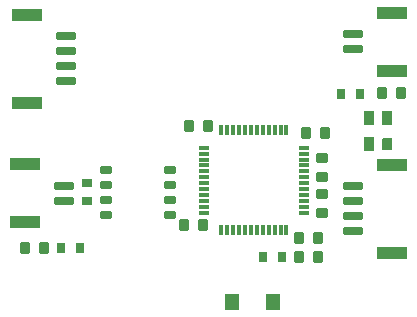
<source format=gbr>
%TF.GenerationSoftware,KiCad,Pcbnew,(6.0.1)*%
%TF.CreationDate,2022-07-23T16:31:21+08:00*%
%TF.ProjectId,IMU_base_V7,494d555f-6261-4736-955f-56372e6b6963,rev?*%
%TF.SameCoordinates,Original*%
%TF.FileFunction,Paste,Top*%
%TF.FilePolarity,Positive*%
%FSLAX46Y46*%
G04 Gerber Fmt 4.6, Leading zero omitted, Abs format (unit mm)*
G04 Created by KiCad (PCBNEW (6.0.1)) date 2022-07-23 16:31:21*
%MOMM*%
%LPD*%
G01*
G04 APERTURE LIST*
G04 Aperture macros list*
%AMRoundRect*
0 Rectangle with rounded corners*
0 $1 Rounding radius*
0 $2 $3 $4 $5 $6 $7 $8 $9 X,Y pos of 4 corners*
0 Add a 4 corners polygon primitive as box body*
4,1,4,$2,$3,$4,$5,$6,$7,$8,$9,$2,$3,0*
0 Add four circle primitives for the rounded corners*
1,1,$1+$1,$2,$3*
1,1,$1+$1,$4,$5*
1,1,$1+$1,$6,$7*
1,1,$1+$1,$8,$9*
0 Add four rect primitives between the rounded corners*
20,1,$1+$1,$2,$3,$4,$5,0*
20,1,$1+$1,$4,$5,$6,$7,0*
20,1,$1+$1,$6,$7,$8,$9,0*
20,1,$1+$1,$8,$9,$2,$3,0*%
%AMFreePoly0*
4,1,6,0.520000,0.261152,0.520000,-0.395000,-0.520000,-0.395000,-0.520000,0.395000,0.386152,0.395000,0.520000,0.261152,0.520000,0.261152,$1*%
G04 Aperture macros list end*
%ADD10RoundRect,0.000000X0.450000X0.270000X-0.450000X0.270000X-0.450000X-0.270000X0.450000X-0.270000X0*%
%ADD11RoundRect,0.000000X-0.340000X0.425000X-0.340000X-0.425000X0.340000X-0.425000X0.340000X0.425000X0*%
%ADD12RoundRect,0.000000X-0.765000X-0.270000X0.765000X-0.270000X0.765000X0.270000X-0.765000X0.270000X0*%
%ADD13RoundRect,0.000000X-1.260000X-0.450000X1.260000X-0.450000X1.260000X0.450000X-1.260000X0.450000X0*%
%ADD14RoundRect,0.000000X-0.400000X-0.320000X0.400000X-0.320000X0.400000X0.320000X-0.400000X0.320000X0*%
%ADD15RoundRect,0.000000X-0.320000X0.400000X-0.320000X-0.400000X0.320000X-0.400000X0.320000X0.400000X0*%
%ADD16RoundRect,0.000000X0.340000X-0.425000X0.340000X0.425000X-0.340000X0.425000X-0.340000X-0.425000X0*%
%ADD17RoundRect,0.000000X0.560000X0.640000X-0.560000X0.640000X-0.560000X-0.640000X0.560000X-0.640000X0*%
%ADD18RoundRect,0.000000X0.320000X-0.400000X0.320000X0.400000X-0.320000X0.400000X-0.320000X-0.400000X0*%
%ADD19RoundRect,0.000000X0.765000X0.270000X-0.765000X0.270000X-0.765000X-0.270000X0.765000X-0.270000X0*%
%ADD20RoundRect,0.000000X1.260000X0.450000X-1.260000X0.450000X-1.260000X-0.450000X1.260000X-0.450000X0*%
%ADD21RoundRect,0.000000X0.420000X-0.520000X0.420000X0.520000X-0.420000X0.520000X-0.420000X-0.520000X0*%
%ADD22FreePoly0,90.000000*%
%ADD23RoundRect,0.000000X-0.425000X-0.340000X0.425000X-0.340000X0.425000X0.340000X-0.425000X0.340000X0*%
%ADD24RoundRect,0.000000X0.425000X0.340000X-0.425000X0.340000X-0.425000X-0.340000X0.425000X-0.340000X0*%
%ADD25RoundRect,0.000000X0.382500X0.135000X-0.382500X0.135000X-0.382500X-0.135000X0.382500X-0.135000X0*%
%ADD26RoundRect,0.000000X-0.135000X0.382500X-0.135000X-0.382500X0.135000X-0.382500X0.135000X0.382500X0*%
G04 APERTURE END LIST*
D10*
%TO.C,U4*%
X105400000Y-79210000D03*
X105400000Y-77940000D03*
X105400000Y-76670000D03*
X105400000Y-75400000D03*
X110800000Y-75400000D03*
X110800000Y-76670000D03*
X110800000Y-77940000D03*
X110800000Y-79210000D03*
%TD*%
D11*
%TO.C,C5*%
X123900000Y-72300000D03*
X122300000Y-72300000D03*
%TD*%
%TO.C,D3*%
X130350000Y-68950000D03*
X128750000Y-68950000D03*
%TD*%
%TO.C,C2*%
X113600000Y-80100000D03*
X112000000Y-80100000D03*
%TD*%
D12*
%TO.C,J4*%
X126250000Y-76825000D03*
X126250000Y-78075000D03*
X126250000Y-79325000D03*
X126250000Y-80575000D03*
D13*
X129600000Y-82425000D03*
X129600000Y-74975000D03*
%TD*%
D14*
%TO.C,R8*%
X103800000Y-78100000D03*
X103800000Y-76500000D03*
%TD*%
D15*
%TO.C,R7*%
X126900000Y-69000000D03*
X125300000Y-69000000D03*
%TD*%
D16*
%TO.C,C6*%
X121700000Y-81200000D03*
X123300000Y-81200000D03*
%TD*%
D12*
%TO.C,J3*%
X126250000Y-63950000D03*
X126250000Y-65200000D03*
D13*
X129600000Y-67050000D03*
X129600000Y-62100000D03*
%TD*%
D16*
%TO.C,C1*%
X121700000Y-82800000D03*
X123300000Y-82800000D03*
%TD*%
D17*
%TO.C,SW1*%
X119550000Y-86600000D03*
X116050000Y-86600000D03*
%TD*%
D18*
%TO.C,R4*%
X118700000Y-82800000D03*
X120300000Y-82800000D03*
%TD*%
D19*
%TO.C,SW*%
X102000000Y-67875000D03*
X102000000Y-66625000D03*
X102000000Y-65375000D03*
X102000000Y-64125000D03*
D20*
X98650000Y-62275000D03*
X98650000Y-69725000D03*
%TD*%
D21*
%TO.C,X1*%
X127600000Y-73200000D03*
X127600000Y-71000000D03*
X129150000Y-71000000D03*
D22*
X129150000Y-73200000D03*
%TD*%
D23*
%TO.C,C15*%
X123700000Y-74400000D03*
X123700000Y-76000000D03*
%TD*%
D16*
%TO.C,D2*%
X98550000Y-82050000D03*
X100150000Y-82050000D03*
%TD*%
D18*
%TO.C,R2*%
X101550000Y-82000000D03*
X103150000Y-82000000D03*
%TD*%
D11*
%TO.C,C4*%
X114000000Y-71700000D03*
X112400000Y-71700000D03*
%TD*%
D19*
%TO.C,CAN*%
X101850000Y-78025000D03*
X101850000Y-76775000D03*
D20*
X98500000Y-79875000D03*
X98500000Y-74925000D03*
%TD*%
D24*
%TO.C,C14*%
X123700000Y-77500000D03*
X123700000Y-79100000D03*
%TD*%
D25*
%TO.C,U2*%
X122150000Y-79050000D03*
X122150000Y-78550000D03*
X122150000Y-78050000D03*
X122150000Y-77550000D03*
X122150000Y-77050000D03*
X122150000Y-76550000D03*
X122150000Y-76050000D03*
X122150000Y-75550000D03*
X122150000Y-75050000D03*
X122150000Y-74550000D03*
X122150000Y-74050000D03*
X122150000Y-73550000D03*
D26*
X120650000Y-72050000D03*
X120150000Y-72050000D03*
X119650000Y-72050000D03*
X119150000Y-72050000D03*
X118650000Y-72050000D03*
X118150000Y-72050000D03*
X117650000Y-72050000D03*
X117150000Y-72050000D03*
X116650000Y-72050000D03*
X116150000Y-72050000D03*
X115650000Y-72050000D03*
X115150000Y-72050000D03*
D25*
X113650000Y-73550000D03*
X113650000Y-74050000D03*
X113650000Y-74550000D03*
X113650000Y-75050000D03*
X113650000Y-75550000D03*
X113650000Y-76050000D03*
X113650000Y-76550000D03*
X113650000Y-77050000D03*
X113650000Y-77550000D03*
X113650000Y-78050000D03*
X113650000Y-78550000D03*
X113650000Y-79050000D03*
D26*
X115150000Y-80550000D03*
X115650000Y-80550000D03*
X116150000Y-80550000D03*
X116650000Y-80550000D03*
X117150000Y-80550000D03*
X117650000Y-80550000D03*
X118150000Y-80550000D03*
X118650000Y-80550000D03*
X119150000Y-80550000D03*
X119650000Y-80550000D03*
X120150000Y-80550000D03*
X120650000Y-80550000D03*
%TD*%
M02*

</source>
